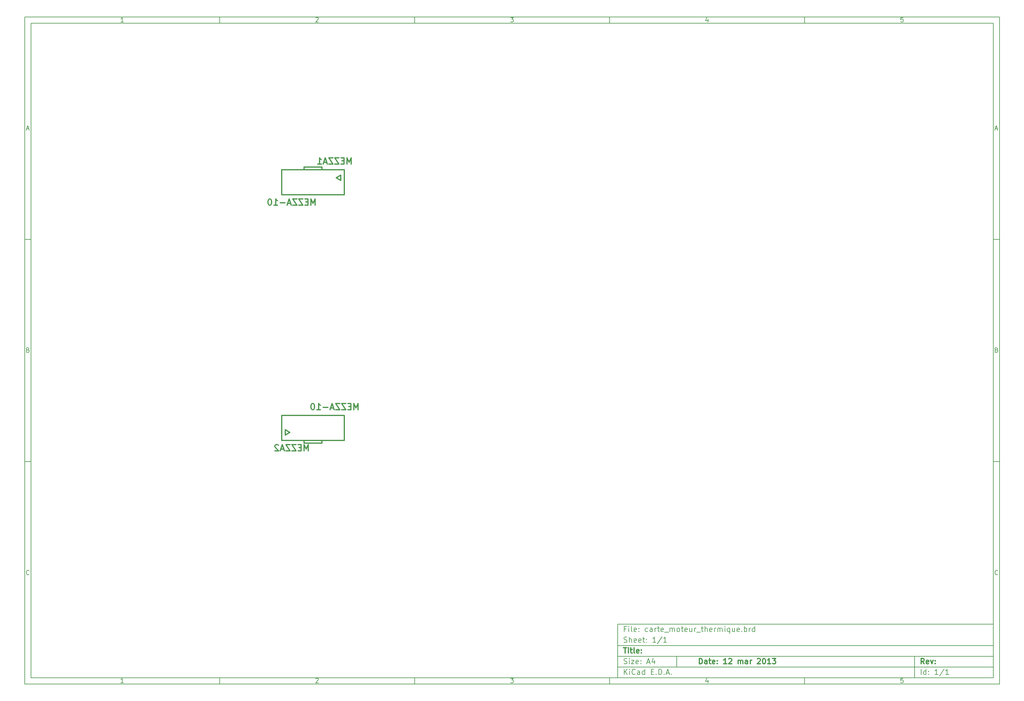
<source format=gbo>
G04 (created by PCBNEW-RS274X (2012-01-19 BZR 3256)-stable) date 12/03/2013 15:57:58*
G01*
G70*
G90*
%MOIN*%
G04 Gerber Fmt 3.4, Leading zero omitted, Abs format*
%FSLAX34Y34*%
G04 APERTURE LIST*
%ADD10C,0.006000*%
%ADD11C,0.012000*%
%ADD12C,0.014000*%
%ADD13C,0.095000*%
%ADD14R,0.095000X0.095000*%
%ADD15C,0.235000*%
%ADD16C,0.105000*%
%ADD17R,0.075000X0.075000*%
%ADD18C,0.075000*%
%ADD19C,0.295600*%
%ADD20R,0.110000X0.082000*%
%ADD21O,0.110000X0.082000*%
%ADD22R,0.090000X0.090000*%
%ADD23C,0.090000*%
G04 APERTURE END LIST*
G54D10*
X04000Y-04000D02*
X113000Y-04000D01*
X113000Y-78670D01*
X04000Y-78670D01*
X04000Y-04000D01*
X04700Y-04700D02*
X112300Y-04700D01*
X112300Y-77970D01*
X04700Y-77970D01*
X04700Y-04700D01*
X25800Y-04000D02*
X25800Y-04700D01*
X15043Y-04552D02*
X14757Y-04552D01*
X14900Y-04552D02*
X14900Y-04052D01*
X14852Y-04124D01*
X14805Y-04171D01*
X14757Y-04195D01*
X25800Y-78670D02*
X25800Y-77970D01*
X15043Y-78522D02*
X14757Y-78522D01*
X14900Y-78522D02*
X14900Y-78022D01*
X14852Y-78094D01*
X14805Y-78141D01*
X14757Y-78165D01*
X47600Y-04000D02*
X47600Y-04700D01*
X36557Y-04100D02*
X36581Y-04076D01*
X36629Y-04052D01*
X36748Y-04052D01*
X36795Y-04076D01*
X36819Y-04100D01*
X36843Y-04148D01*
X36843Y-04195D01*
X36819Y-04267D01*
X36533Y-04552D01*
X36843Y-04552D01*
X47600Y-78670D02*
X47600Y-77970D01*
X36557Y-78070D02*
X36581Y-78046D01*
X36629Y-78022D01*
X36748Y-78022D01*
X36795Y-78046D01*
X36819Y-78070D01*
X36843Y-78118D01*
X36843Y-78165D01*
X36819Y-78237D01*
X36533Y-78522D01*
X36843Y-78522D01*
X69400Y-04000D02*
X69400Y-04700D01*
X58333Y-04052D02*
X58643Y-04052D01*
X58476Y-04243D01*
X58548Y-04243D01*
X58595Y-04267D01*
X58619Y-04290D01*
X58643Y-04338D01*
X58643Y-04457D01*
X58619Y-04505D01*
X58595Y-04529D01*
X58548Y-04552D01*
X58405Y-04552D01*
X58357Y-04529D01*
X58333Y-04505D01*
X69400Y-78670D02*
X69400Y-77970D01*
X58333Y-78022D02*
X58643Y-78022D01*
X58476Y-78213D01*
X58548Y-78213D01*
X58595Y-78237D01*
X58619Y-78260D01*
X58643Y-78308D01*
X58643Y-78427D01*
X58619Y-78475D01*
X58595Y-78499D01*
X58548Y-78522D01*
X58405Y-78522D01*
X58357Y-78499D01*
X58333Y-78475D01*
X91200Y-04000D02*
X91200Y-04700D01*
X80395Y-04219D02*
X80395Y-04552D01*
X80276Y-04029D02*
X80157Y-04386D01*
X80467Y-04386D01*
X91200Y-78670D02*
X91200Y-77970D01*
X80395Y-78189D02*
X80395Y-78522D01*
X80276Y-77999D02*
X80157Y-78356D01*
X80467Y-78356D01*
X102219Y-04052D02*
X101981Y-04052D01*
X101957Y-04290D01*
X101981Y-04267D01*
X102029Y-04243D01*
X102148Y-04243D01*
X102195Y-04267D01*
X102219Y-04290D01*
X102243Y-04338D01*
X102243Y-04457D01*
X102219Y-04505D01*
X102195Y-04529D01*
X102148Y-04552D01*
X102029Y-04552D01*
X101981Y-04529D01*
X101957Y-04505D01*
X102219Y-78022D02*
X101981Y-78022D01*
X101957Y-78260D01*
X101981Y-78237D01*
X102029Y-78213D01*
X102148Y-78213D01*
X102195Y-78237D01*
X102219Y-78260D01*
X102243Y-78308D01*
X102243Y-78427D01*
X102219Y-78475D01*
X102195Y-78499D01*
X102148Y-78522D01*
X102029Y-78522D01*
X101981Y-78499D01*
X101957Y-78475D01*
X04000Y-28890D02*
X04700Y-28890D01*
X04231Y-16510D02*
X04469Y-16510D01*
X04184Y-16652D02*
X04350Y-16152D01*
X04517Y-16652D01*
X113000Y-28890D02*
X112300Y-28890D01*
X112531Y-16510D02*
X112769Y-16510D01*
X112484Y-16652D02*
X112650Y-16152D01*
X112817Y-16652D01*
X04000Y-53780D02*
X04700Y-53780D01*
X04386Y-41280D02*
X04457Y-41304D01*
X04481Y-41328D01*
X04505Y-41376D01*
X04505Y-41447D01*
X04481Y-41495D01*
X04457Y-41519D01*
X04410Y-41542D01*
X04219Y-41542D01*
X04219Y-41042D01*
X04386Y-41042D01*
X04433Y-41066D01*
X04457Y-41090D01*
X04481Y-41138D01*
X04481Y-41185D01*
X04457Y-41233D01*
X04433Y-41257D01*
X04386Y-41280D01*
X04219Y-41280D01*
X113000Y-53780D02*
X112300Y-53780D01*
X112686Y-41280D02*
X112757Y-41304D01*
X112781Y-41328D01*
X112805Y-41376D01*
X112805Y-41447D01*
X112781Y-41495D01*
X112757Y-41519D01*
X112710Y-41542D01*
X112519Y-41542D01*
X112519Y-41042D01*
X112686Y-41042D01*
X112733Y-41066D01*
X112757Y-41090D01*
X112781Y-41138D01*
X112781Y-41185D01*
X112757Y-41233D01*
X112733Y-41257D01*
X112686Y-41280D01*
X112519Y-41280D01*
X04505Y-66385D02*
X04481Y-66409D01*
X04410Y-66432D01*
X04362Y-66432D01*
X04290Y-66409D01*
X04243Y-66361D01*
X04219Y-66313D01*
X04195Y-66218D01*
X04195Y-66147D01*
X04219Y-66051D01*
X04243Y-66004D01*
X04290Y-65956D01*
X04362Y-65932D01*
X04410Y-65932D01*
X04481Y-65956D01*
X04505Y-65980D01*
X112805Y-66385D02*
X112781Y-66409D01*
X112710Y-66432D01*
X112662Y-66432D01*
X112590Y-66409D01*
X112543Y-66361D01*
X112519Y-66313D01*
X112495Y-66218D01*
X112495Y-66147D01*
X112519Y-66051D01*
X112543Y-66004D01*
X112590Y-65956D01*
X112662Y-65932D01*
X112710Y-65932D01*
X112781Y-65956D01*
X112805Y-65980D01*
G54D11*
X79443Y-76413D02*
X79443Y-75813D01*
X79586Y-75813D01*
X79671Y-75841D01*
X79729Y-75899D01*
X79757Y-75956D01*
X79786Y-76070D01*
X79786Y-76156D01*
X79757Y-76270D01*
X79729Y-76327D01*
X79671Y-76384D01*
X79586Y-76413D01*
X79443Y-76413D01*
X80300Y-76413D02*
X80300Y-76099D01*
X80271Y-76041D01*
X80214Y-76013D01*
X80100Y-76013D01*
X80043Y-76041D01*
X80300Y-76384D02*
X80243Y-76413D01*
X80100Y-76413D01*
X80043Y-76384D01*
X80014Y-76327D01*
X80014Y-76270D01*
X80043Y-76213D01*
X80100Y-76184D01*
X80243Y-76184D01*
X80300Y-76156D01*
X80500Y-76013D02*
X80729Y-76013D01*
X80586Y-75813D02*
X80586Y-76327D01*
X80614Y-76384D01*
X80672Y-76413D01*
X80729Y-76413D01*
X81157Y-76384D02*
X81100Y-76413D01*
X80986Y-76413D01*
X80929Y-76384D01*
X80900Y-76327D01*
X80900Y-76099D01*
X80929Y-76041D01*
X80986Y-76013D01*
X81100Y-76013D01*
X81157Y-76041D01*
X81186Y-76099D01*
X81186Y-76156D01*
X80900Y-76213D01*
X81443Y-76356D02*
X81471Y-76384D01*
X81443Y-76413D01*
X81414Y-76384D01*
X81443Y-76356D01*
X81443Y-76413D01*
X81443Y-76041D02*
X81471Y-76070D01*
X81443Y-76099D01*
X81414Y-76070D01*
X81443Y-76041D01*
X81443Y-76099D01*
X82500Y-76413D02*
X82157Y-76413D01*
X82329Y-76413D02*
X82329Y-75813D01*
X82272Y-75899D01*
X82214Y-75956D01*
X82157Y-75984D01*
X82728Y-75870D02*
X82757Y-75841D01*
X82814Y-75813D01*
X82957Y-75813D01*
X83014Y-75841D01*
X83043Y-75870D01*
X83071Y-75927D01*
X83071Y-75984D01*
X83043Y-76070D01*
X82700Y-76413D01*
X83071Y-76413D01*
X83785Y-76413D02*
X83785Y-76013D01*
X83785Y-76070D02*
X83813Y-76041D01*
X83871Y-76013D01*
X83956Y-76013D01*
X84013Y-76041D01*
X84042Y-76099D01*
X84042Y-76413D01*
X84042Y-76099D02*
X84071Y-76041D01*
X84128Y-76013D01*
X84213Y-76013D01*
X84271Y-76041D01*
X84299Y-76099D01*
X84299Y-76413D01*
X84842Y-76413D02*
X84842Y-76099D01*
X84813Y-76041D01*
X84756Y-76013D01*
X84642Y-76013D01*
X84585Y-76041D01*
X84842Y-76384D02*
X84785Y-76413D01*
X84642Y-76413D01*
X84585Y-76384D01*
X84556Y-76327D01*
X84556Y-76270D01*
X84585Y-76213D01*
X84642Y-76184D01*
X84785Y-76184D01*
X84842Y-76156D01*
X85128Y-76413D02*
X85128Y-76013D01*
X85128Y-76127D02*
X85156Y-76070D01*
X85185Y-76041D01*
X85242Y-76013D01*
X85299Y-76013D01*
X85927Y-75870D02*
X85956Y-75841D01*
X86013Y-75813D01*
X86156Y-75813D01*
X86213Y-75841D01*
X86242Y-75870D01*
X86270Y-75927D01*
X86270Y-75984D01*
X86242Y-76070D01*
X85899Y-76413D01*
X86270Y-76413D01*
X86641Y-75813D02*
X86698Y-75813D01*
X86755Y-75841D01*
X86784Y-75870D01*
X86813Y-75927D01*
X86841Y-76041D01*
X86841Y-76184D01*
X86813Y-76299D01*
X86784Y-76356D01*
X86755Y-76384D01*
X86698Y-76413D01*
X86641Y-76413D01*
X86584Y-76384D01*
X86555Y-76356D01*
X86527Y-76299D01*
X86498Y-76184D01*
X86498Y-76041D01*
X86527Y-75927D01*
X86555Y-75870D01*
X86584Y-75841D01*
X86641Y-75813D01*
X87412Y-76413D02*
X87069Y-76413D01*
X87241Y-76413D02*
X87241Y-75813D01*
X87184Y-75899D01*
X87126Y-75956D01*
X87069Y-75984D01*
X87612Y-75813D02*
X87983Y-75813D01*
X87783Y-76041D01*
X87869Y-76041D01*
X87926Y-76070D01*
X87955Y-76099D01*
X87983Y-76156D01*
X87983Y-76299D01*
X87955Y-76356D01*
X87926Y-76384D01*
X87869Y-76413D01*
X87697Y-76413D01*
X87640Y-76384D01*
X87612Y-76356D01*
G54D10*
X71043Y-77613D02*
X71043Y-77013D01*
X71386Y-77613D02*
X71129Y-77270D01*
X71386Y-77013D02*
X71043Y-77356D01*
X71643Y-77613D02*
X71643Y-77213D01*
X71643Y-77013D02*
X71614Y-77041D01*
X71643Y-77070D01*
X71671Y-77041D01*
X71643Y-77013D01*
X71643Y-77070D01*
X72272Y-77556D02*
X72243Y-77584D01*
X72157Y-77613D01*
X72100Y-77613D01*
X72015Y-77584D01*
X71957Y-77527D01*
X71929Y-77470D01*
X71900Y-77356D01*
X71900Y-77270D01*
X71929Y-77156D01*
X71957Y-77099D01*
X72015Y-77041D01*
X72100Y-77013D01*
X72157Y-77013D01*
X72243Y-77041D01*
X72272Y-77070D01*
X72786Y-77613D02*
X72786Y-77299D01*
X72757Y-77241D01*
X72700Y-77213D01*
X72586Y-77213D01*
X72529Y-77241D01*
X72786Y-77584D02*
X72729Y-77613D01*
X72586Y-77613D01*
X72529Y-77584D01*
X72500Y-77527D01*
X72500Y-77470D01*
X72529Y-77413D01*
X72586Y-77384D01*
X72729Y-77384D01*
X72786Y-77356D01*
X73329Y-77613D02*
X73329Y-77013D01*
X73329Y-77584D02*
X73272Y-77613D01*
X73158Y-77613D01*
X73100Y-77584D01*
X73072Y-77556D01*
X73043Y-77499D01*
X73043Y-77327D01*
X73072Y-77270D01*
X73100Y-77241D01*
X73158Y-77213D01*
X73272Y-77213D01*
X73329Y-77241D01*
X74072Y-77299D02*
X74272Y-77299D01*
X74358Y-77613D02*
X74072Y-77613D01*
X74072Y-77013D01*
X74358Y-77013D01*
X74615Y-77556D02*
X74643Y-77584D01*
X74615Y-77613D01*
X74586Y-77584D01*
X74615Y-77556D01*
X74615Y-77613D01*
X74901Y-77613D02*
X74901Y-77013D01*
X75044Y-77013D01*
X75129Y-77041D01*
X75187Y-77099D01*
X75215Y-77156D01*
X75244Y-77270D01*
X75244Y-77356D01*
X75215Y-77470D01*
X75187Y-77527D01*
X75129Y-77584D01*
X75044Y-77613D01*
X74901Y-77613D01*
X75501Y-77556D02*
X75529Y-77584D01*
X75501Y-77613D01*
X75472Y-77584D01*
X75501Y-77556D01*
X75501Y-77613D01*
X75758Y-77441D02*
X76044Y-77441D01*
X75701Y-77613D02*
X75901Y-77013D01*
X76101Y-77613D01*
X76301Y-77556D02*
X76329Y-77584D01*
X76301Y-77613D01*
X76272Y-77584D01*
X76301Y-77556D01*
X76301Y-77613D01*
G54D11*
X104586Y-76413D02*
X104386Y-76127D01*
X104243Y-76413D02*
X104243Y-75813D01*
X104471Y-75813D01*
X104529Y-75841D01*
X104557Y-75870D01*
X104586Y-75927D01*
X104586Y-76013D01*
X104557Y-76070D01*
X104529Y-76099D01*
X104471Y-76127D01*
X104243Y-76127D01*
X105071Y-76384D02*
X105014Y-76413D01*
X104900Y-76413D01*
X104843Y-76384D01*
X104814Y-76327D01*
X104814Y-76099D01*
X104843Y-76041D01*
X104900Y-76013D01*
X105014Y-76013D01*
X105071Y-76041D01*
X105100Y-76099D01*
X105100Y-76156D01*
X104814Y-76213D01*
X105300Y-76013D02*
X105443Y-76413D01*
X105585Y-76013D01*
X105814Y-76356D02*
X105842Y-76384D01*
X105814Y-76413D01*
X105785Y-76384D01*
X105814Y-76356D01*
X105814Y-76413D01*
X105814Y-76041D02*
X105842Y-76070D01*
X105814Y-76099D01*
X105785Y-76070D01*
X105814Y-76041D01*
X105814Y-76099D01*
G54D10*
X71014Y-76384D02*
X71100Y-76413D01*
X71243Y-76413D01*
X71300Y-76384D01*
X71329Y-76356D01*
X71357Y-76299D01*
X71357Y-76241D01*
X71329Y-76184D01*
X71300Y-76156D01*
X71243Y-76127D01*
X71129Y-76099D01*
X71071Y-76070D01*
X71043Y-76041D01*
X71014Y-75984D01*
X71014Y-75927D01*
X71043Y-75870D01*
X71071Y-75841D01*
X71129Y-75813D01*
X71271Y-75813D01*
X71357Y-75841D01*
X71614Y-76413D02*
X71614Y-76013D01*
X71614Y-75813D02*
X71585Y-75841D01*
X71614Y-75870D01*
X71642Y-75841D01*
X71614Y-75813D01*
X71614Y-75870D01*
X71843Y-76013D02*
X72157Y-76013D01*
X71843Y-76413D01*
X72157Y-76413D01*
X72614Y-76384D02*
X72557Y-76413D01*
X72443Y-76413D01*
X72386Y-76384D01*
X72357Y-76327D01*
X72357Y-76099D01*
X72386Y-76041D01*
X72443Y-76013D01*
X72557Y-76013D01*
X72614Y-76041D01*
X72643Y-76099D01*
X72643Y-76156D01*
X72357Y-76213D01*
X72900Y-76356D02*
X72928Y-76384D01*
X72900Y-76413D01*
X72871Y-76384D01*
X72900Y-76356D01*
X72900Y-76413D01*
X72900Y-76041D02*
X72928Y-76070D01*
X72900Y-76099D01*
X72871Y-76070D01*
X72900Y-76041D01*
X72900Y-76099D01*
X73614Y-76241D02*
X73900Y-76241D01*
X73557Y-76413D02*
X73757Y-75813D01*
X73957Y-76413D01*
X74414Y-76013D02*
X74414Y-76413D01*
X74271Y-75784D02*
X74128Y-76213D01*
X74500Y-76213D01*
X104243Y-77613D02*
X104243Y-77013D01*
X104786Y-77613D02*
X104786Y-77013D01*
X104786Y-77584D02*
X104729Y-77613D01*
X104615Y-77613D01*
X104557Y-77584D01*
X104529Y-77556D01*
X104500Y-77499D01*
X104500Y-77327D01*
X104529Y-77270D01*
X104557Y-77241D01*
X104615Y-77213D01*
X104729Y-77213D01*
X104786Y-77241D01*
X105072Y-77556D02*
X105100Y-77584D01*
X105072Y-77613D01*
X105043Y-77584D01*
X105072Y-77556D01*
X105072Y-77613D01*
X105072Y-77241D02*
X105100Y-77270D01*
X105072Y-77299D01*
X105043Y-77270D01*
X105072Y-77241D01*
X105072Y-77299D01*
X106129Y-77613D02*
X105786Y-77613D01*
X105958Y-77613D02*
X105958Y-77013D01*
X105901Y-77099D01*
X105843Y-77156D01*
X105786Y-77184D01*
X106814Y-76984D02*
X106300Y-77756D01*
X107329Y-77613D02*
X106986Y-77613D01*
X107158Y-77613D02*
X107158Y-77013D01*
X107101Y-77099D01*
X107043Y-77156D01*
X106986Y-77184D01*
G54D11*
X70957Y-74613D02*
X71300Y-74613D01*
X71129Y-75213D02*
X71129Y-74613D01*
X71500Y-75213D02*
X71500Y-74813D01*
X71500Y-74613D02*
X71471Y-74641D01*
X71500Y-74670D01*
X71528Y-74641D01*
X71500Y-74613D01*
X71500Y-74670D01*
X71700Y-74813D02*
X71929Y-74813D01*
X71786Y-74613D02*
X71786Y-75127D01*
X71814Y-75184D01*
X71872Y-75213D01*
X71929Y-75213D01*
X72215Y-75213D02*
X72157Y-75184D01*
X72129Y-75127D01*
X72129Y-74613D01*
X72671Y-75184D02*
X72614Y-75213D01*
X72500Y-75213D01*
X72443Y-75184D01*
X72414Y-75127D01*
X72414Y-74899D01*
X72443Y-74841D01*
X72500Y-74813D01*
X72614Y-74813D01*
X72671Y-74841D01*
X72700Y-74899D01*
X72700Y-74956D01*
X72414Y-75013D01*
X72957Y-75156D02*
X72985Y-75184D01*
X72957Y-75213D01*
X72928Y-75184D01*
X72957Y-75156D01*
X72957Y-75213D01*
X72957Y-74841D02*
X72985Y-74870D01*
X72957Y-74899D01*
X72928Y-74870D01*
X72957Y-74841D01*
X72957Y-74899D01*
G54D10*
X71243Y-72499D02*
X71043Y-72499D01*
X71043Y-72813D02*
X71043Y-72213D01*
X71329Y-72213D01*
X71557Y-72813D02*
X71557Y-72413D01*
X71557Y-72213D02*
X71528Y-72241D01*
X71557Y-72270D01*
X71585Y-72241D01*
X71557Y-72213D01*
X71557Y-72270D01*
X71929Y-72813D02*
X71871Y-72784D01*
X71843Y-72727D01*
X71843Y-72213D01*
X72385Y-72784D02*
X72328Y-72813D01*
X72214Y-72813D01*
X72157Y-72784D01*
X72128Y-72727D01*
X72128Y-72499D01*
X72157Y-72441D01*
X72214Y-72413D01*
X72328Y-72413D01*
X72385Y-72441D01*
X72414Y-72499D01*
X72414Y-72556D01*
X72128Y-72613D01*
X72671Y-72756D02*
X72699Y-72784D01*
X72671Y-72813D01*
X72642Y-72784D01*
X72671Y-72756D01*
X72671Y-72813D01*
X72671Y-72441D02*
X72699Y-72470D01*
X72671Y-72499D01*
X72642Y-72470D01*
X72671Y-72441D01*
X72671Y-72499D01*
X73671Y-72784D02*
X73614Y-72813D01*
X73500Y-72813D01*
X73442Y-72784D01*
X73414Y-72756D01*
X73385Y-72699D01*
X73385Y-72527D01*
X73414Y-72470D01*
X73442Y-72441D01*
X73500Y-72413D01*
X73614Y-72413D01*
X73671Y-72441D01*
X74185Y-72813D02*
X74185Y-72499D01*
X74156Y-72441D01*
X74099Y-72413D01*
X73985Y-72413D01*
X73928Y-72441D01*
X74185Y-72784D02*
X74128Y-72813D01*
X73985Y-72813D01*
X73928Y-72784D01*
X73899Y-72727D01*
X73899Y-72670D01*
X73928Y-72613D01*
X73985Y-72584D01*
X74128Y-72584D01*
X74185Y-72556D01*
X74471Y-72813D02*
X74471Y-72413D01*
X74471Y-72527D02*
X74499Y-72470D01*
X74528Y-72441D01*
X74585Y-72413D01*
X74642Y-72413D01*
X74756Y-72413D02*
X74985Y-72413D01*
X74842Y-72213D02*
X74842Y-72727D01*
X74870Y-72784D01*
X74928Y-72813D01*
X74985Y-72813D01*
X75413Y-72784D02*
X75356Y-72813D01*
X75242Y-72813D01*
X75185Y-72784D01*
X75156Y-72727D01*
X75156Y-72499D01*
X75185Y-72441D01*
X75242Y-72413D01*
X75356Y-72413D01*
X75413Y-72441D01*
X75442Y-72499D01*
X75442Y-72556D01*
X75156Y-72613D01*
X75556Y-72870D02*
X76013Y-72870D01*
X76156Y-72813D02*
X76156Y-72413D01*
X76156Y-72470D02*
X76184Y-72441D01*
X76242Y-72413D01*
X76327Y-72413D01*
X76384Y-72441D01*
X76413Y-72499D01*
X76413Y-72813D01*
X76413Y-72499D02*
X76442Y-72441D01*
X76499Y-72413D01*
X76584Y-72413D01*
X76642Y-72441D01*
X76670Y-72499D01*
X76670Y-72813D01*
X77042Y-72813D02*
X76984Y-72784D01*
X76956Y-72756D01*
X76927Y-72699D01*
X76927Y-72527D01*
X76956Y-72470D01*
X76984Y-72441D01*
X77042Y-72413D01*
X77127Y-72413D01*
X77184Y-72441D01*
X77213Y-72470D01*
X77242Y-72527D01*
X77242Y-72699D01*
X77213Y-72756D01*
X77184Y-72784D01*
X77127Y-72813D01*
X77042Y-72813D01*
X77413Y-72413D02*
X77642Y-72413D01*
X77499Y-72213D02*
X77499Y-72727D01*
X77527Y-72784D01*
X77585Y-72813D01*
X77642Y-72813D01*
X78070Y-72784D02*
X78013Y-72813D01*
X77899Y-72813D01*
X77842Y-72784D01*
X77813Y-72727D01*
X77813Y-72499D01*
X77842Y-72441D01*
X77899Y-72413D01*
X78013Y-72413D01*
X78070Y-72441D01*
X78099Y-72499D01*
X78099Y-72556D01*
X77813Y-72613D01*
X78613Y-72413D02*
X78613Y-72813D01*
X78356Y-72413D02*
X78356Y-72727D01*
X78384Y-72784D01*
X78442Y-72813D01*
X78527Y-72813D01*
X78584Y-72784D01*
X78613Y-72756D01*
X78899Y-72813D02*
X78899Y-72413D01*
X78899Y-72527D02*
X78927Y-72470D01*
X78956Y-72441D01*
X79013Y-72413D01*
X79070Y-72413D01*
X79127Y-72870D02*
X79584Y-72870D01*
X79641Y-72413D02*
X79870Y-72413D01*
X79727Y-72213D02*
X79727Y-72727D01*
X79755Y-72784D01*
X79813Y-72813D01*
X79870Y-72813D01*
X80070Y-72813D02*
X80070Y-72213D01*
X80327Y-72813D02*
X80327Y-72499D01*
X80298Y-72441D01*
X80241Y-72413D01*
X80156Y-72413D01*
X80098Y-72441D01*
X80070Y-72470D01*
X80841Y-72784D02*
X80784Y-72813D01*
X80670Y-72813D01*
X80613Y-72784D01*
X80584Y-72727D01*
X80584Y-72499D01*
X80613Y-72441D01*
X80670Y-72413D01*
X80784Y-72413D01*
X80841Y-72441D01*
X80870Y-72499D01*
X80870Y-72556D01*
X80584Y-72613D01*
X81127Y-72813D02*
X81127Y-72413D01*
X81127Y-72527D02*
X81155Y-72470D01*
X81184Y-72441D01*
X81241Y-72413D01*
X81298Y-72413D01*
X81498Y-72813D02*
X81498Y-72413D01*
X81498Y-72470D02*
X81526Y-72441D01*
X81584Y-72413D01*
X81669Y-72413D01*
X81726Y-72441D01*
X81755Y-72499D01*
X81755Y-72813D01*
X81755Y-72499D02*
X81784Y-72441D01*
X81841Y-72413D01*
X81926Y-72413D01*
X81984Y-72441D01*
X82012Y-72499D01*
X82012Y-72813D01*
X82298Y-72813D02*
X82298Y-72413D01*
X82298Y-72213D02*
X82269Y-72241D01*
X82298Y-72270D01*
X82326Y-72241D01*
X82298Y-72213D01*
X82298Y-72270D01*
X82841Y-72413D02*
X82841Y-73013D01*
X82841Y-72784D02*
X82784Y-72813D01*
X82670Y-72813D01*
X82612Y-72784D01*
X82584Y-72756D01*
X82555Y-72699D01*
X82555Y-72527D01*
X82584Y-72470D01*
X82612Y-72441D01*
X82670Y-72413D01*
X82784Y-72413D01*
X82841Y-72441D01*
X83384Y-72413D02*
X83384Y-72813D01*
X83127Y-72413D02*
X83127Y-72727D01*
X83155Y-72784D01*
X83213Y-72813D01*
X83298Y-72813D01*
X83355Y-72784D01*
X83384Y-72756D01*
X83898Y-72784D02*
X83841Y-72813D01*
X83727Y-72813D01*
X83670Y-72784D01*
X83641Y-72727D01*
X83641Y-72499D01*
X83670Y-72441D01*
X83727Y-72413D01*
X83841Y-72413D01*
X83898Y-72441D01*
X83927Y-72499D01*
X83927Y-72556D01*
X83641Y-72613D01*
X84184Y-72756D02*
X84212Y-72784D01*
X84184Y-72813D01*
X84155Y-72784D01*
X84184Y-72756D01*
X84184Y-72813D01*
X84470Y-72813D02*
X84470Y-72213D01*
X84470Y-72441D02*
X84527Y-72413D01*
X84641Y-72413D01*
X84698Y-72441D01*
X84727Y-72470D01*
X84756Y-72527D01*
X84756Y-72699D01*
X84727Y-72756D01*
X84698Y-72784D01*
X84641Y-72813D01*
X84527Y-72813D01*
X84470Y-72784D01*
X85013Y-72813D02*
X85013Y-72413D01*
X85013Y-72527D02*
X85041Y-72470D01*
X85070Y-72441D01*
X85127Y-72413D01*
X85184Y-72413D01*
X85641Y-72813D02*
X85641Y-72213D01*
X85641Y-72784D02*
X85584Y-72813D01*
X85470Y-72813D01*
X85412Y-72784D01*
X85384Y-72756D01*
X85355Y-72699D01*
X85355Y-72527D01*
X85384Y-72470D01*
X85412Y-72441D01*
X85470Y-72413D01*
X85584Y-72413D01*
X85641Y-72441D01*
X71014Y-73984D02*
X71100Y-74013D01*
X71243Y-74013D01*
X71300Y-73984D01*
X71329Y-73956D01*
X71357Y-73899D01*
X71357Y-73841D01*
X71329Y-73784D01*
X71300Y-73756D01*
X71243Y-73727D01*
X71129Y-73699D01*
X71071Y-73670D01*
X71043Y-73641D01*
X71014Y-73584D01*
X71014Y-73527D01*
X71043Y-73470D01*
X71071Y-73441D01*
X71129Y-73413D01*
X71271Y-73413D01*
X71357Y-73441D01*
X71614Y-74013D02*
X71614Y-73413D01*
X71871Y-74013D02*
X71871Y-73699D01*
X71842Y-73641D01*
X71785Y-73613D01*
X71700Y-73613D01*
X71642Y-73641D01*
X71614Y-73670D01*
X72385Y-73984D02*
X72328Y-74013D01*
X72214Y-74013D01*
X72157Y-73984D01*
X72128Y-73927D01*
X72128Y-73699D01*
X72157Y-73641D01*
X72214Y-73613D01*
X72328Y-73613D01*
X72385Y-73641D01*
X72414Y-73699D01*
X72414Y-73756D01*
X72128Y-73813D01*
X72899Y-73984D02*
X72842Y-74013D01*
X72728Y-74013D01*
X72671Y-73984D01*
X72642Y-73927D01*
X72642Y-73699D01*
X72671Y-73641D01*
X72728Y-73613D01*
X72842Y-73613D01*
X72899Y-73641D01*
X72928Y-73699D01*
X72928Y-73756D01*
X72642Y-73813D01*
X73099Y-73613D02*
X73328Y-73613D01*
X73185Y-73413D02*
X73185Y-73927D01*
X73213Y-73984D01*
X73271Y-74013D01*
X73328Y-74013D01*
X73528Y-73956D02*
X73556Y-73984D01*
X73528Y-74013D01*
X73499Y-73984D01*
X73528Y-73956D01*
X73528Y-74013D01*
X73528Y-73641D02*
X73556Y-73670D01*
X73528Y-73699D01*
X73499Y-73670D01*
X73528Y-73641D01*
X73528Y-73699D01*
X74585Y-74013D02*
X74242Y-74013D01*
X74414Y-74013D02*
X74414Y-73413D01*
X74357Y-73499D01*
X74299Y-73556D01*
X74242Y-73584D01*
X75270Y-73384D02*
X74756Y-74156D01*
X75785Y-74013D02*
X75442Y-74013D01*
X75614Y-74013D02*
X75614Y-73413D01*
X75557Y-73499D01*
X75499Y-73556D01*
X75442Y-73584D01*
X70300Y-71970D02*
X70300Y-77970D01*
X70300Y-71970D02*
X112300Y-71970D01*
X70300Y-71970D02*
X112300Y-71970D01*
X70300Y-74370D02*
X112300Y-74370D01*
X103500Y-75570D02*
X103500Y-77970D01*
X70300Y-76770D02*
X112300Y-76770D01*
X70300Y-75570D02*
X112300Y-75570D01*
X76900Y-75570D02*
X76900Y-76770D01*
G54D12*
X37250Y-21100D02*
X35250Y-21100D01*
X37250Y-20800D02*
X35250Y-20800D01*
X39750Y-21100D02*
X39750Y-23900D01*
X32750Y-21100D02*
X32750Y-23900D01*
X37250Y-20800D02*
X37250Y-21100D01*
X37250Y-21100D02*
X39750Y-21100D01*
X39750Y-23900D02*
X32750Y-23900D01*
X32750Y-21100D02*
X35250Y-21100D01*
X35250Y-21100D02*
X35250Y-20800D01*
X38850Y-22000D02*
X39350Y-22300D01*
X39350Y-22300D02*
X39350Y-21700D01*
X39350Y-21700D02*
X38850Y-22000D01*
X35250Y-51400D02*
X37250Y-51400D01*
X35250Y-51700D02*
X37250Y-51700D01*
X32750Y-51400D02*
X32750Y-48600D01*
X39750Y-51400D02*
X39750Y-48600D01*
X35250Y-51700D02*
X35250Y-51400D01*
X35250Y-51400D02*
X32750Y-51400D01*
X32750Y-48600D02*
X39750Y-48600D01*
X39750Y-51400D02*
X37250Y-51400D01*
X37250Y-51400D02*
X37250Y-51700D01*
X33650Y-50500D02*
X33150Y-50200D01*
X33150Y-50200D02*
X33150Y-50800D01*
X33150Y-50800D02*
X33650Y-50500D01*
G54D11*
X40500Y-20483D02*
X40500Y-19783D01*
X40267Y-20283D01*
X40034Y-19783D01*
X40034Y-20483D01*
X39700Y-20117D02*
X39467Y-20117D01*
X39367Y-20483D02*
X39700Y-20483D01*
X39700Y-19783D01*
X39367Y-19783D01*
X39134Y-19783D02*
X38667Y-19783D01*
X39134Y-20483D01*
X38667Y-20483D01*
X38467Y-19783D02*
X38000Y-19783D01*
X38467Y-20483D01*
X38000Y-20483D01*
X37767Y-20283D02*
X37433Y-20283D01*
X37833Y-20483D02*
X37600Y-19783D01*
X37367Y-20483D01*
X36767Y-20483D02*
X37167Y-20483D01*
X36967Y-20483D02*
X36967Y-19783D01*
X37033Y-19883D01*
X37100Y-19950D01*
X37167Y-19983D01*
X36467Y-25083D02*
X36467Y-24383D01*
X36234Y-24883D01*
X36001Y-24383D01*
X36001Y-25083D01*
X35667Y-24717D02*
X35434Y-24717D01*
X35334Y-25083D02*
X35667Y-25083D01*
X35667Y-24383D01*
X35334Y-24383D01*
X35101Y-24383D02*
X34634Y-24383D01*
X35101Y-25083D01*
X34634Y-25083D01*
X34434Y-24383D02*
X33967Y-24383D01*
X34434Y-25083D01*
X33967Y-25083D01*
X33734Y-24883D02*
X33400Y-24883D01*
X33800Y-25083D02*
X33567Y-24383D01*
X33334Y-25083D01*
X33100Y-24817D02*
X32567Y-24817D01*
X31867Y-25083D02*
X32267Y-25083D01*
X32067Y-25083D02*
X32067Y-24383D01*
X32133Y-24483D01*
X32200Y-24550D01*
X32267Y-24583D01*
X31433Y-24383D02*
X31366Y-24383D01*
X31300Y-24417D01*
X31266Y-24450D01*
X31233Y-24517D01*
X31200Y-24650D01*
X31200Y-24817D01*
X31233Y-24950D01*
X31266Y-25017D01*
X31300Y-25050D01*
X31366Y-25083D01*
X31433Y-25083D01*
X31500Y-25050D01*
X31533Y-25017D01*
X31566Y-24950D01*
X31600Y-24817D01*
X31600Y-24650D01*
X31566Y-24517D01*
X31533Y-24450D01*
X31500Y-24417D01*
X31433Y-24383D01*
X35700Y-52583D02*
X35700Y-51883D01*
X35467Y-52383D01*
X35234Y-51883D01*
X35234Y-52583D01*
X34900Y-52217D02*
X34667Y-52217D01*
X34567Y-52583D02*
X34900Y-52583D01*
X34900Y-51883D01*
X34567Y-51883D01*
X34334Y-51883D02*
X33867Y-51883D01*
X34334Y-52583D01*
X33867Y-52583D01*
X33667Y-51883D02*
X33200Y-51883D01*
X33667Y-52583D01*
X33200Y-52583D01*
X32967Y-52383D02*
X32633Y-52383D01*
X33033Y-52583D02*
X32800Y-51883D01*
X32567Y-52583D01*
X32367Y-51950D02*
X32333Y-51917D01*
X32267Y-51883D01*
X32100Y-51883D01*
X32033Y-51917D01*
X32000Y-51950D01*
X31967Y-52017D01*
X31967Y-52083D01*
X32000Y-52183D01*
X32400Y-52583D01*
X31967Y-52583D01*
X41267Y-47983D02*
X41267Y-47283D01*
X41034Y-47783D01*
X40801Y-47283D01*
X40801Y-47983D01*
X40467Y-47617D02*
X40234Y-47617D01*
X40134Y-47983D02*
X40467Y-47983D01*
X40467Y-47283D01*
X40134Y-47283D01*
X39901Y-47283D02*
X39434Y-47283D01*
X39901Y-47983D01*
X39434Y-47983D01*
X39234Y-47283D02*
X38767Y-47283D01*
X39234Y-47983D01*
X38767Y-47983D01*
X38534Y-47783D02*
X38200Y-47783D01*
X38600Y-47983D02*
X38367Y-47283D01*
X38134Y-47983D01*
X37900Y-47717D02*
X37367Y-47717D01*
X36667Y-47983D02*
X37067Y-47983D01*
X36867Y-47983D02*
X36867Y-47283D01*
X36933Y-47383D01*
X37000Y-47450D01*
X37067Y-47483D01*
X36233Y-47283D02*
X36166Y-47283D01*
X36100Y-47317D01*
X36066Y-47350D01*
X36033Y-47417D01*
X36000Y-47550D01*
X36000Y-47717D01*
X36033Y-47850D01*
X36066Y-47917D01*
X36100Y-47950D01*
X36166Y-47983D01*
X36233Y-47983D01*
X36300Y-47950D01*
X36333Y-47917D01*
X36366Y-47850D01*
X36400Y-47717D01*
X36400Y-47550D01*
X36366Y-47417D01*
X36333Y-47350D01*
X36300Y-47317D01*
X36233Y-47283D01*
%LPC*%
G54D13*
X37750Y-39000D03*
X34750Y-39000D03*
X34750Y-37500D03*
X37750Y-37500D03*
G54D14*
X22000Y-38250D03*
G54D13*
X22000Y-39250D03*
G54D15*
X41750Y-22500D03*
X30750Y-22500D03*
G54D16*
X38250Y-22000D03*
X38250Y-23000D03*
X37250Y-22000D03*
X37250Y-23000D03*
X36250Y-22000D03*
X36250Y-23000D03*
X35250Y-22000D03*
X35250Y-23000D03*
X34250Y-22000D03*
X34250Y-23000D03*
G54D15*
X30750Y-50000D03*
X41750Y-50000D03*
G54D16*
X34250Y-50500D03*
X34250Y-49500D03*
X35250Y-50500D03*
X35250Y-49500D03*
X36250Y-50500D03*
X36250Y-49500D03*
X37250Y-50500D03*
X37250Y-49500D03*
X38250Y-50500D03*
X38250Y-49500D03*
G54D17*
X28250Y-38250D03*
G54D18*
X25250Y-38250D03*
G54D14*
X39750Y-29500D03*
G54D13*
X38750Y-29500D03*
X38750Y-31500D03*
X39750Y-31500D03*
G54D19*
X22000Y-50250D03*
X50500Y-50250D03*
X50500Y-22000D03*
G54D20*
X37750Y-33000D03*
G54D21*
X37750Y-34000D03*
X37750Y-35000D03*
X37750Y-36000D03*
X40750Y-36000D03*
X40750Y-35000D03*
X40750Y-34000D03*
X40750Y-33000D03*
G54D20*
X34750Y-36000D03*
G54D21*
X34750Y-35000D03*
X34750Y-34000D03*
X34750Y-33000D03*
X31750Y-33000D03*
X31750Y-34000D03*
X31750Y-35000D03*
X31750Y-36000D03*
G54D22*
X33750Y-29500D03*
G54D23*
X32750Y-29500D03*
X32750Y-31500D03*
X33750Y-31500D03*
G54D13*
X37750Y-30500D03*
X34250Y-26250D03*
X32000Y-27000D03*
M02*

</source>
